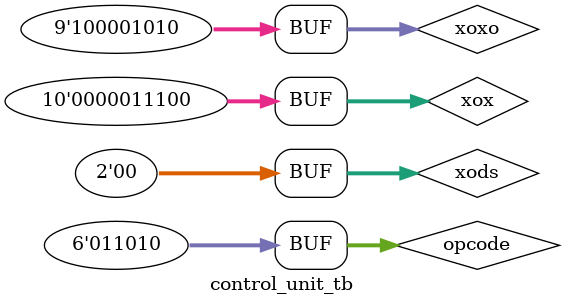
<source format=v>
`timescale 1ns/1ns
/* Module to behave like the control unit to set the necessary signals for the execution of an 
   instruction -
   1. RegDst - Which field of the instruction is the register to be written to
   2. RegWrite - Write to register file
   3. RegRead - Read from a register
   4. ALUSrc - The source for the second input to the ALU
   5. PCSrc - Source for PC (next instruction to be executed)
   6. MemRead - Read from the main memory
   7. MemWrite - Write to the main memory
   8. MemToReg - Source of write_data (data to be written to the register file)
   9. Branch -  When a branch/jump instruction is used
*/

module control_unit(
    output reg  RegRead,
                RegWrite,
                MemRead,
                MemWrite,
                Branch,
    input [5:0] opcode,
    input [9:0] xox,
    input [8:0] xoxo, 
    input [1:0] xods
);

    // always @(opcode, xoxo, xox, xods)
    // begin
    //     MemRead = 1'b0;
    //     MemWrite = 1'b0;
    //     RegRead = 1'b0;
    //     RegWrite = 1'b0;
    //     Branch = 1'b0;
    // end
    
    always @(opcode, xoxo, xox, xods)
    begin
        MemRead = 1'b0;
        MemWrite = 1'b0;
        RegRead = 1'b0;
        RegWrite = 1'b0;
        Branch = 1'b0;
        //X OR XO Format
        if(opcode == 6'd31) 
        begin
            RegRead = 1'b1;
            RegWrite = 1'b1;
        end

        //D Format - ALU Only 
        else if(opcode == 6'd14 | opcode == 6'd15 |opcode == 6'd28 |opcode == 6'd24 |opcode == 6'd26)
        begin
            RegRead = 1'b1;
            RegWrite = 1'b1;
        end

        //D Format Loads and DS load
        else if(opcode == 6'd58 | opcode == 6'd32 |opcode == 6'd40 |opcode == 6'd42 |opcode == 6'd34)
        begin
            RegRead = 1'b1;
            RegWrite = 1'b1;
            MemRead = 1'b1;
        end

        //D-Format Stores and DS Store
        else if(opcode == 6'd38 |opcode == 6'd44 |opcode == 6'd37 |opcode == 6'd36 |opcode == 6'd62)
        begin
            RegRead = 1'b1;
            MemWrite = 1'b1;
        end

        //Unconditonal Branch
        else if(opcode == 6'd18)
        begin
            Branch = 1'b1;
        end

        //Conditional Branch
        else if(opcode == 6'd19)
        begin
            Branch = 1'b1;
            RegRead = 1'b1;
        end
    end
endmodule

module control_unit_tb();
    wire RegRead, RegWrite, MemRead, MemWrite, Branch;
    reg [5:0] opcode;
    reg [9:0] xox;
    reg [8:0] xoxo; 
    reg [1:0] xods;

    control_unit controller(
        .RegRead(RegRead),
        .RegWrite(RegWrite),
        .MemRead(MemRead),
        .MemWrite(MemWrite),
        .Branch(Branch),
        .opcode(opcode),
        .xox(xox),
        .xoxo(xoxo),
        .xods(xods)
    );

    initial begin
        //add - XO
        opcode = 6'd31;
        xoxo = 9'd266;
        #10;

        //ld - DS
        opcode = 6'd58;
        xods = 2'd0;
        #10;
        
        //ba - I
        opcode = 6'd18;
        #10;
        
        //and - X
        opcode = 6'd31;
        xox = 10'd28;
        #10;
        
        //bc - B
        opcode = 6'd19;
        #10;
        
        //bl - I
        opcode = 6'd18;
        #10;
        
        //xori - D
        opcode = 6'd26;
        #10;
        
    end

    initial begin
        $dumpfile("control_unit_tb.vcd");
        $dumpvars(0,control_unit_tb);
    end
endmodule
</source>
